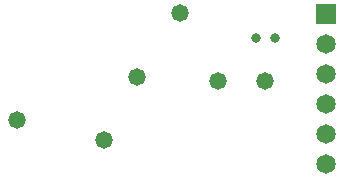
<source format=gbs>
G04*
G04 #@! TF.GenerationSoftware,Altium Limited,Altium Designer,23.10.1 (27)*
G04*
G04 Layer_Color=16711935*
%FSLAX44Y44*%
%MOMM*%
G71*
G04*
G04 #@! TF.SameCoordinates,C98114AB-1D72-469A-8513-8E5B1E3D2C2F*
G04*
G04*
G04 #@! TF.FilePolarity,Negative*
G04*
G01*
G75*
%ADD26C,1.6532*%
%ADD27R,1.6532X1.6532*%
%ADD28C,1.4732*%
%ADD29C,0.8382*%
D26*
X281940Y137160D02*
D03*
Y111760D02*
D03*
Y86360D02*
D03*
Y60960D02*
D03*
Y35560D02*
D03*
D27*
Y162560D02*
D03*
D28*
X158600Y163472D02*
D03*
X121920Y108966D02*
D03*
X93980Y55880D02*
D03*
X20574Y72644D02*
D03*
X230886Y105410D02*
D03*
X190500D02*
D03*
D29*
X222758Y141986D02*
D03*
X239522Y142240D02*
D03*
M02*

</source>
